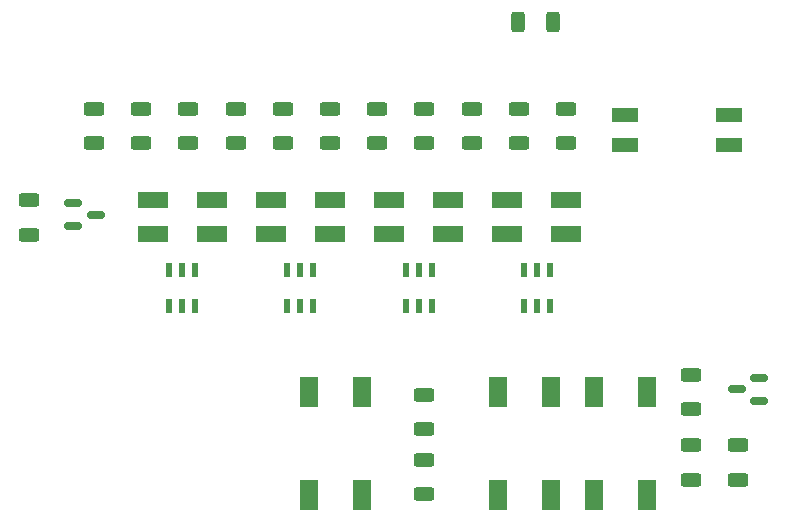
<source format=gtp>
%TF.GenerationSoftware,KiCad,Pcbnew,6.0.11-2627ca5db0~126~ubuntu20.04.1*%
%TF.CreationDate,2023-03-17T11:38:59+01:00*%
%TF.ProjectId,shield_a,73686965-6c64-45f6-912e-6b696361645f,2.0.1*%
%TF.SameCoordinates,Original*%
%TF.FileFunction,Paste,Top*%
%TF.FilePolarity,Positive*%
%FSLAX46Y46*%
G04 Gerber Fmt 4.6, Leading zero omitted, Abs format (unit mm)*
G04 Created by KiCad (PCBNEW 6.0.11-2627ca5db0~126~ubuntu20.04.1) date 2023-03-17 11:38:59*
%MOMM*%
%LPD*%
G01*
G04 APERTURE LIST*
G04 Aperture macros list*
%AMRoundRect*
0 Rectangle with rounded corners*
0 $1 Rounding radius*
0 $2 $3 $4 $5 $6 $7 $8 $9 X,Y pos of 4 corners*
0 Add a 4 corners polygon primitive as box body*
4,1,4,$2,$3,$4,$5,$6,$7,$8,$9,$2,$3,0*
0 Add four circle primitives for the rounded corners*
1,1,$1+$1,$2,$3*
1,1,$1+$1,$4,$5*
1,1,$1+$1,$6,$7*
1,1,$1+$1,$8,$9*
0 Add four rect primitives between the rounded corners*
20,1,$1+$1,$2,$3,$4,$5,0*
20,1,$1+$1,$4,$5,$6,$7,0*
20,1,$1+$1,$6,$7,$8,$9,0*
20,1,$1+$1,$8,$9,$2,$3,0*%
G04 Aperture macros list end*
%ADD10RoundRect,0.250000X-0.625000X0.312500X-0.625000X-0.312500X0.625000X-0.312500X0.625000X0.312500X0*%
%ADD11RoundRect,0.250000X0.625000X-0.312500X0.625000X0.312500X-0.625000X0.312500X-0.625000X-0.312500X0*%
%ADD12RoundRect,0.250000X-0.312500X-0.625000X0.312500X-0.625000X0.312500X0.625000X-0.312500X0.625000X0*%
%ADD13R,0.600000X1.200000*%
%ADD14RoundRect,0.116200X-1.183800X0.583800X-1.183800X-0.583800X1.183800X-0.583800X1.183800X0.583800X0*%
%ADD15R,1.500000X2.500000*%
%ADD16R,2.200000X1.200000*%
%ADD17RoundRect,0.150000X0.587500X0.150000X-0.587500X0.150000X-0.587500X-0.150000X0.587500X-0.150000X0*%
%ADD18RoundRect,0.150000X-0.587500X-0.150000X0.587500X-0.150000X0.587500X0.150000X-0.587500X0.150000X0*%
G04 APERTURE END LIST*
D10*
X118000000Y-77837500D03*
X118000000Y-80762500D03*
X146000000Y-107537500D03*
X146000000Y-110462500D03*
D11*
X172550000Y-109262500D03*
X172550000Y-106337500D03*
X168550000Y-109262500D03*
X168550000Y-106337500D03*
D12*
X153917500Y-70520000D03*
X156842500Y-70520000D03*
D11*
X168550000Y-103262500D03*
X168550000Y-100337500D03*
D10*
X112520000Y-85587500D03*
X112520000Y-88512500D03*
X122000000Y-77837500D03*
X122000000Y-80762500D03*
X126000000Y-77837500D03*
X126000000Y-80762500D03*
X146000000Y-102037500D03*
X146000000Y-104962500D03*
X130000000Y-77837500D03*
X130000000Y-80762500D03*
X134000000Y-77837500D03*
X134000000Y-80762500D03*
X138000000Y-77837500D03*
X138000000Y-80762500D03*
X142000000Y-77837500D03*
X142000000Y-80762500D03*
X146000000Y-77837500D03*
X146000000Y-80762500D03*
X150000000Y-77837500D03*
X150000000Y-80762500D03*
X154000000Y-77837500D03*
X154000000Y-80762500D03*
X158000000Y-77837500D03*
X158000000Y-80762500D03*
D13*
X134400000Y-94500000D03*
X135500000Y-94500000D03*
X136600000Y-94500000D03*
X136600000Y-91500000D03*
X135500000Y-91500000D03*
X134400000Y-91500000D03*
X154400000Y-94500000D03*
X155500000Y-94500000D03*
X156600000Y-94500000D03*
X156600000Y-91500000D03*
X155500000Y-91500000D03*
X154400000Y-91500000D03*
X124400000Y-94500000D03*
X125500000Y-94500000D03*
X126600000Y-94500000D03*
X126600000Y-91500000D03*
X125500000Y-91500000D03*
X124400000Y-91500000D03*
X144400000Y-94500000D03*
X145500000Y-94500000D03*
X146600000Y-94500000D03*
X146600000Y-91500000D03*
X145500000Y-91500000D03*
X144400000Y-91500000D03*
D14*
X158000000Y-88450000D03*
X158000000Y-85550000D03*
X128000000Y-88450000D03*
X128000000Y-85550000D03*
X153000000Y-88450000D03*
X153000000Y-85550000D03*
X148000000Y-88450000D03*
X148000000Y-85550000D03*
X138000000Y-88450000D03*
X138000000Y-85550000D03*
X133000000Y-88450000D03*
X133000000Y-85550000D03*
X123000000Y-88450000D03*
X123000000Y-85550000D03*
X143000000Y-88450000D03*
X143000000Y-85550000D03*
D15*
X136180000Y-110522000D03*
X136180000Y-101822000D03*
X140680000Y-101822000D03*
X140680000Y-110522000D03*
X156682000Y-101822000D03*
X156682000Y-110522000D03*
X152182000Y-101822000D03*
X152182000Y-110522000D03*
X164810000Y-110522000D03*
X164810000Y-101822000D03*
X160310000Y-101822000D03*
X160310000Y-110522000D03*
D16*
X171760000Y-80940000D03*
X171760000Y-78400000D03*
X162960000Y-78400000D03*
X162960000Y-80940000D03*
D17*
X174292500Y-102550000D03*
X174292500Y-100650000D03*
X172417500Y-101600000D03*
D18*
X116272500Y-85850000D03*
X116272500Y-87750000D03*
X118147500Y-86800000D03*
M02*

</source>
